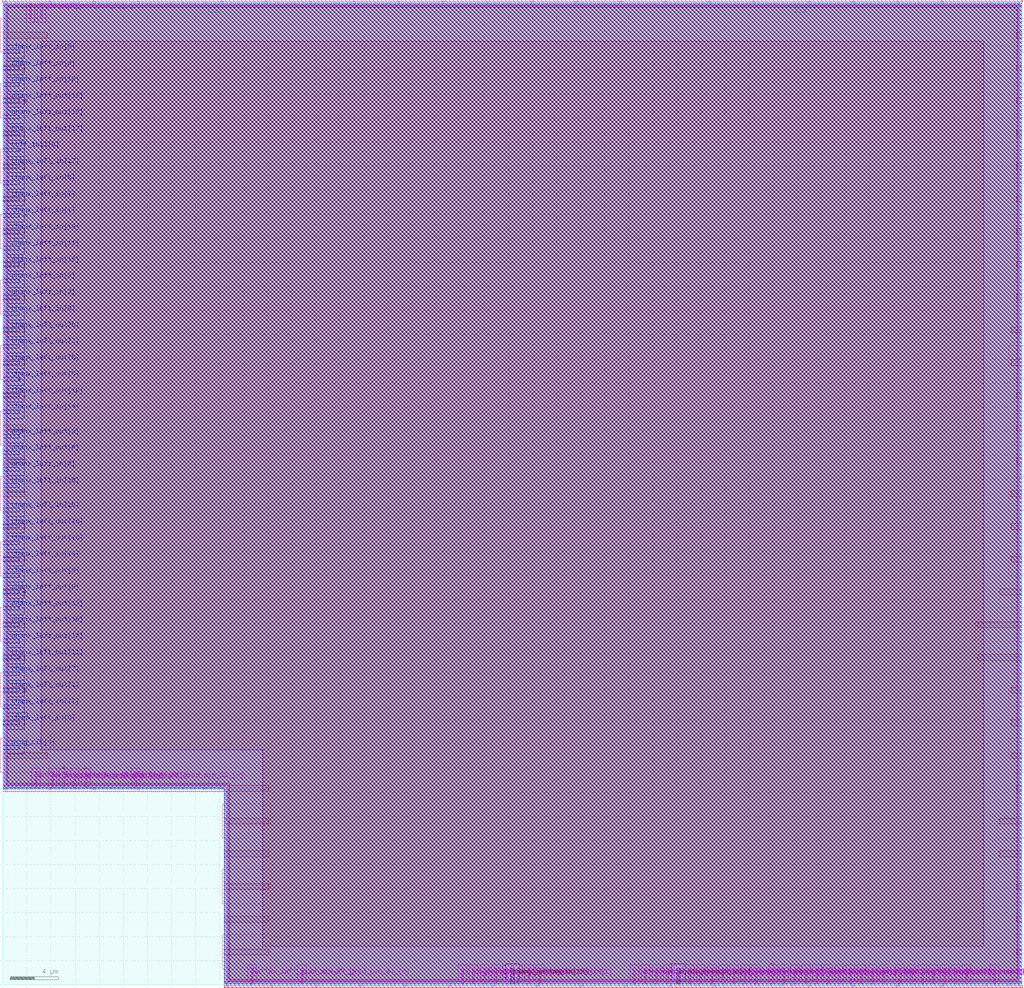
<source format=lef>
VERSION 5.7 ;
BUSBITCHARS "[]" ;

UNITS
  DATABASE MICRONS 1000 ;
END UNITS

MANUFACTURINGGRID 0.005 ;

LAYER nwell
  TYPE MASTERSLICE ;
END nwell

LAYER pwell
  TYPE MASTERSLICE ;
END pwell

LAYER fieldpoly
  TYPE MASTERSLICE ;
END fieldpoly

LAYER li1
  TYPE ROUTING ;
  DIRECTION VERTICAL ;
  PITCH 0.46 ;
  WIDTH 0.17 ;
END li1

LAYER mcon
  TYPE CUT ;
END mcon

LAYER met1
  TYPE ROUTING ;
  DIRECTION HORIZONTAL ;
  PITCH 0.34 ;
  WIDTH 0.14 ;
END met1

LAYER via
  TYPE CUT ;
END via

LAYER met2
  TYPE ROUTING ;
  DIRECTION VERTICAL ;
  PITCH 0.46 ;
  WIDTH 0.14 ;
END met2

LAYER via2
  TYPE CUT ;
END via2

LAYER met3
  TYPE ROUTING ;
  DIRECTION HORIZONTAL ;
  PITCH 0.68 ;
  WIDTH 0.3 ;
END met3

LAYER via3
  TYPE CUT ;
END via3

LAYER met4
  TYPE ROUTING ;
  DIRECTION VERTICAL ;
  PITCH 0.92 ;
  WIDTH 0.3 ;
END met4

LAYER via4
  TYPE CUT ;
END via4

LAYER met5
  TYPE ROUTING ;
  DIRECTION HORIZONTAL ;
  PITCH 3.4 ;
  WIDTH 1.6 ;
END met5

LAYER diff
  TYPE MASTERSLICE ;
END diff

LAYER licon1
  TYPE MASTERSLICE ;
END licon1

LAYER OVERLAP
  TYPE OVERLAP ;
END OVERLAP

VIA L1M1_PR
  LAYER li1 ;
    RECT -0.085 -0.085 0.085 0.085 ;
  LAYER mcon ;
    RECT -0.085 -0.085 0.085 0.085 ;
  LAYER met1 ;
    RECT -0.145 -0.115 0.145 0.115 ;
END L1M1_PR

VIA L1M1_PR_R
  LAYER li1 ;
    RECT -0.085 -0.085 0.085 0.085 ;
  LAYER mcon ;
    RECT -0.085 -0.085 0.085 0.085 ;
  LAYER met1 ;
    RECT -0.115 -0.145 0.115 0.145 ;
END L1M1_PR_R

VIA L1M1_PR_M
  LAYER li1 ;
    RECT -0.085 -0.085 0.085 0.085 ;
  LAYER mcon ;
    RECT -0.085 -0.085 0.085 0.085 ;
  LAYER met1 ;
    RECT -0.115 -0.145 0.115 0.145 ;
END L1M1_PR_M

VIA L1M1_PR_MR
  LAYER li1 ;
    RECT -0.085 -0.085 0.085 0.085 ;
  LAYER mcon ;
    RECT -0.085 -0.085 0.085 0.085 ;
  LAYER met1 ;
    RECT -0.145 -0.115 0.145 0.115 ;
END L1M1_PR_MR

VIA L1M1_PR_C
  LAYER li1 ;
    RECT -0.085 -0.085 0.085 0.085 ;
  LAYER mcon ;
    RECT -0.085 -0.085 0.085 0.085 ;
  LAYER met1 ;
    RECT -0.145 -0.145 0.145 0.145 ;
END L1M1_PR_C

VIA M1M2_PR
  LAYER met1 ;
    RECT -0.16 -0.13 0.16 0.13 ;
  LAYER via ;
    RECT -0.075 -0.075 0.075 0.075 ;
  LAYER met2 ;
    RECT -0.13 -0.16 0.13 0.16 ;
END M1M2_PR

VIA M1M2_PR_Enc
  LAYER met1 ;
    RECT -0.16 -0.13 0.16 0.13 ;
  LAYER via ;
    RECT -0.075 -0.075 0.075 0.075 ;
  LAYER met2 ;
    RECT -0.16 -0.13 0.16 0.13 ;
END M1M2_PR_Enc

VIA M1M2_PR_R
  LAYER met1 ;
    RECT -0.13 -0.16 0.13 0.16 ;
  LAYER via ;
    RECT -0.075 -0.075 0.075 0.075 ;
  LAYER met2 ;
    RECT -0.16 -0.13 0.16 0.13 ;
END M1M2_PR_R

VIA M1M2_PR_R_Enc
  LAYER met1 ;
    RECT -0.13 -0.16 0.13 0.16 ;
  LAYER via ;
    RECT -0.075 -0.075 0.075 0.075 ;
  LAYER met2 ;
    RECT -0.13 -0.16 0.13 0.16 ;
END M1M2_PR_R_Enc

VIA M1M2_PR_M
  LAYER met1 ;
    RECT -0.16 -0.13 0.16 0.13 ;
  LAYER via ;
    RECT -0.075 -0.075 0.075 0.075 ;
  LAYER met2 ;
    RECT -0.16 -0.13 0.16 0.13 ;
END M1M2_PR_M

VIA M1M2_PR_M_Enc
  LAYER met1 ;
    RECT -0.16 -0.13 0.16 0.13 ;
  LAYER via ;
    RECT -0.075 -0.075 0.075 0.075 ;
  LAYER met2 ;
    RECT -0.13 -0.16 0.13 0.16 ;
END M1M2_PR_M_Enc

VIA M1M2_PR_MR
  LAYER met1 ;
    RECT -0.13 -0.16 0.13 0.16 ;
  LAYER via ;
    RECT -0.075 -0.075 0.075 0.075 ;
  LAYER met2 ;
    RECT -0.13 -0.16 0.13 0.16 ;
END M1M2_PR_MR

VIA M1M2_PR_MR_Enc
  LAYER met1 ;
    RECT -0.13 -0.16 0.13 0.16 ;
  LAYER via ;
    RECT -0.075 -0.075 0.075 0.075 ;
  LAYER met2 ;
    RECT -0.16 -0.13 0.16 0.13 ;
END M1M2_PR_MR_Enc

VIA M1M2_PR_C
  LAYER met1 ;
    RECT -0.16 -0.16 0.16 0.16 ;
  LAYER via ;
    RECT -0.075 -0.075 0.075 0.075 ;
  LAYER met2 ;
    RECT -0.16 -0.16 0.16 0.16 ;
END M1M2_PR_C

VIA M2M3_PR
  LAYER met2 ;
    RECT -0.14 -0.185 0.14 0.185 ;
  LAYER via2 ;
    RECT -0.1 -0.1 0.1 0.1 ;
  LAYER met3 ;
    RECT -0.165 -0.165 0.165 0.165 ;
END M2M3_PR

VIA M2M3_PR_R
  LAYER met2 ;
    RECT -0.185 -0.14 0.185 0.14 ;
  LAYER via2 ;
    RECT -0.1 -0.1 0.1 0.1 ;
  LAYER met3 ;
    RECT -0.165 -0.165 0.165 0.165 ;
END M2M3_PR_R

VIA M2M3_PR_M
  LAYER met2 ;
    RECT -0.14 -0.185 0.14 0.185 ;
  LAYER via2 ;
    RECT -0.1 -0.1 0.1 0.1 ;
  LAYER met3 ;
    RECT -0.165 -0.165 0.165 0.165 ;
END M2M3_PR_M

VIA M2M3_PR_MR
  LAYER met2 ;
    RECT -0.185 -0.14 0.185 0.14 ;
  LAYER via2 ;
    RECT -0.1 -0.1 0.1 0.1 ;
  LAYER met3 ;
    RECT -0.165 -0.165 0.165 0.165 ;
END M2M3_PR_MR

VIA M2M3_PR_C
  LAYER met2 ;
    RECT -0.185 -0.185 0.185 0.185 ;
  LAYER via2 ;
    RECT -0.1 -0.1 0.1 0.1 ;
  LAYER met3 ;
    RECT -0.165 -0.165 0.165 0.165 ;
END M2M3_PR_C

VIA M3M4_PR
  LAYER met3 ;
    RECT -0.19 -0.16 0.19 0.16 ;
  LAYER via3 ;
    RECT -0.1 -0.1 0.1 0.1 ;
  LAYER met4 ;
    RECT -0.165 -0.165 0.165 0.165 ;
END M3M4_PR

VIA M3M4_PR_R
  LAYER met3 ;
    RECT -0.16 -0.19 0.16 0.19 ;
  LAYER via3 ;
    RECT -0.1 -0.1 0.1 0.1 ;
  LAYER met4 ;
    RECT -0.165 -0.165 0.165 0.165 ;
END M3M4_PR_R

VIA M3M4_PR_M
  LAYER met3 ;
    RECT -0.19 -0.16 0.19 0.16 ;
  LAYER via3 ;
    RECT -0.1 -0.1 0.1 0.1 ;
  LAYER met4 ;
    RECT -0.165 -0.165 0.165 0.165 ;
END M3M4_PR_M

VIA M3M4_PR_MR
  LAYER met3 ;
    RECT -0.16 -0.19 0.16 0.19 ;
  LAYER via3 ;
    RECT -0.1 -0.1 0.1 0.1 ;
  LAYER met4 ;
    RECT -0.165 -0.165 0.165 0.165 ;
END M3M4_PR_MR

VIA M3M4_PR_C
  LAYER met3 ;
    RECT -0.19 -0.19 0.19 0.19 ;
  LAYER via3 ;
    RECT -0.1 -0.1 0.1 0.1 ;
  LAYER met4 ;
    RECT -0.165 -0.165 0.165 0.165 ;
END M3M4_PR_C

VIA M4M5_PR
  LAYER met4 ;
    RECT -0.59 -0.59 0.59 0.59 ;
  LAYER via4 ;
    RECT -0.4 -0.4 0.4 0.4 ;
  LAYER met5 ;
    RECT -0.71 -0.71 0.71 0.71 ;
END M4M5_PR

VIA M4M5_PR_R
  LAYER met4 ;
    RECT -0.59 -0.59 0.59 0.59 ;
  LAYER via4 ;
    RECT -0.4 -0.4 0.4 0.4 ;
  LAYER met5 ;
    RECT -0.71 -0.71 0.71 0.71 ;
END M4M5_PR_R

VIA M4M5_PR_M
  LAYER met4 ;
    RECT -0.59 -0.59 0.59 0.59 ;
  LAYER via4 ;
    RECT -0.4 -0.4 0.4 0.4 ;
  LAYER met5 ;
    RECT -0.71 -0.71 0.71 0.71 ;
END M4M5_PR_M

VIA M4M5_PR_MR
  LAYER met4 ;
    RECT -0.59 -0.59 0.59 0.59 ;
  LAYER via4 ;
    RECT -0.4 -0.4 0.4 0.4 ;
  LAYER met5 ;
    RECT -0.71 -0.71 0.71 0.71 ;
END M4M5_PR_MR

VIA M4M5_PR_C
  LAYER met4 ;
    RECT -0.59 -0.59 0.59 0.59 ;
  LAYER via4 ;
    RECT -0.4 -0.4 0.4 0.4 ;
  LAYER met5 ;
    RECT -0.71 -0.71 0.71 0.71 ;
END M4M5_PR_C

SITE unit
  CLASS CORE ;
  SYMMETRY Y ;
  SIZE 0.46 BY 2.72 ;
END unit

SITE unithddbl
  CLASS CORE ;
  SIZE 0.46 BY 5.44 ;
END unithddbl

MACRO sb_2__2_
  CLASS BLOCK ;
  ORIGIN 0 0 ;
  SIZE 84.64 BY 81.6 ;
  SYMMETRY X Y ;
  PIN prog_clk[0]
    DIRECTION INPUT ;
    USE CLOCK ;
    PORT
      LAYER met3 ;
        RECT 0 19.57 1.38 19.87 ;
    END
  END prog_clk[0]
  PIN chany_bottom_in[0]
    DIRECTION INPUT ;
    USE SIGNAL ;
    PORT
      LAYER met4 ;
        RECT 55.97 0 56.27 1.36 ;
    END
  END chany_bottom_in[0]
  PIN chany_bottom_in[1]
    DIRECTION INPUT ;
    USE SIGNAL ;
    PORT
      LAYER met2 ;
        RECT 44.55 0 44.69 1.36 ;
    END
  END chany_bottom_in[1]
  PIN chany_bottom_in[2]
    DIRECTION INPUT ;
    USE SIGNAL ;
    PORT
      LAYER met2 ;
        RECT 71.23 0 71.37 1.36 ;
    END
  END chany_bottom_in[2]
  PIN chany_bottom_in[3]
    DIRECTION INPUT ;
    USE SIGNAL ;
    PORT
      LAYER met2 ;
        RECT 76.29 0 76.43 1.36 ;
    END
  END chany_bottom_in[3]
  PIN chany_bottom_in[4]
    DIRECTION INPUT ;
    USE SIGNAL ;
    PORT
      LAYER met2 ;
        RECT 58.81 0 58.95 1.36 ;
    END
  END chany_bottom_in[4]
  PIN chany_bottom_in[5]
    DIRECTION INPUT ;
    USE SIGNAL ;
    PORT
      LAYER met2 ;
        RECT 65.71 0 65.85 1.36 ;
    END
  END chany_bottom_in[5]
  PIN chany_bottom_in[6]
    DIRECTION INPUT ;
    USE SIGNAL ;
    PORT
      LAYER met2 ;
        RECT 63.87 0 64.01 1.36 ;
    END
  END chany_bottom_in[6]
  PIN chany_bottom_in[7]
    DIRECTION INPUT ;
    USE SIGNAL ;
    PORT
      LAYER met2 ;
        RECT 53.29 0 53.43 1.36 ;
    END
  END chany_bottom_in[7]
  PIN chany_bottom_in[8]
    DIRECTION INPUT ;
    USE SIGNAL ;
    PORT
      LAYER met2 ;
        RECT 73.07 0 73.21 1.36 ;
    END
  END chany_bottom_in[8]
  PIN chany_bottom_in[9]
    DIRECTION INPUT ;
    USE SIGNAL ;
    PORT
      LAYER met2 ;
        RECT 52.37 0 52.51 1.36 ;
    END
  END chany_bottom_in[9]
  PIN chany_bottom_in[10]
    DIRECTION INPUT ;
    USE SIGNAL ;
    PORT
      LAYER met2 ;
        RECT 57.89 0 58.03 1.36 ;
    END
  END chany_bottom_in[10]
  PIN chany_bottom_in[11]
    DIRECTION INPUT ;
    USE SIGNAL ;
    PORT
      LAYER met2 ;
        RECT 70.31 0 70.45 1.36 ;
    END
  END chany_bottom_in[11]
  PIN chany_bottom_in[12]
    DIRECTION INPUT ;
    USE SIGNAL ;
    PORT
      LAYER met2 ;
        RECT 61.57 0 61.71 1.36 ;
    END
  END chany_bottom_in[12]
  PIN chany_bottom_in[13]
    DIRECTION INPUT ;
    USE SIGNAL ;
    PORT
      LAYER met2 ;
        RECT 55.13 0 55.27 1.36 ;
    END
  END chany_bottom_in[13]
  PIN chany_bottom_in[14]
    DIRECTION INPUT ;
    USE SIGNAL ;
    PORT
      LAYER met2 ;
        RECT 56.05 0 56.19 1.36 ;
    END
  END chany_bottom_in[14]
  PIN chany_bottom_in[15]
    DIRECTION INPUT ;
    USE SIGNAL ;
    PORT
      LAYER met4 ;
        RECT 42.17 0 42.47 1.36 ;
    END
  END chany_bottom_in[15]
  PIN chany_bottom_in[16]
    DIRECTION INPUT ;
    USE SIGNAL ;
    PORT
      LAYER met2 ;
        RECT 60.65 0 60.79 1.36 ;
    END
  END chany_bottom_in[16]
  PIN chany_bottom_in[17]
    DIRECTION INPUT ;
    USE SIGNAL ;
    PORT
      LAYER met2 ;
        RECT 72.15 0 72.29 1.36 ;
    END
  END chany_bottom_in[17]
  PIN chany_bottom_in[18]
    DIRECTION INPUT ;
    USE SIGNAL ;
    PORT
      LAYER met2 ;
        RECT 62.49 0 62.63 1.36 ;
    END
  END chany_bottom_in[18]
  PIN chany_bottom_in[19]
    DIRECTION INPUT ;
    USE SIGNAL ;
    PORT
      LAYER met2 ;
        RECT 69.39 0 69.53 1.36 ;
    END
  END chany_bottom_in[19]
  PIN bottom_right_grid_pin_1_[0]
    DIRECTION INPUT ;
    USE SIGNAL ;
    PORT
      LAYER met2 ;
        RECT 82.27 0 82.41 1.36 ;
    END
  END bottom_right_grid_pin_1_[0]
  PIN bottom_left_grid_pin_34_[0]
    DIRECTION INPUT ;
    USE SIGNAL ;
    PORT
      LAYER met2 ;
        RECT 24.77 0 24.91 1.36 ;
    END
  END bottom_left_grid_pin_34_[0]
  PIN bottom_left_grid_pin_35_[0]
    DIRECTION INPUT ;
    USE SIGNAL ;
    PORT
      LAYER met2 ;
        RECT 4.07 16.32 4.21 17.68 ;
    END
  END bottom_left_grid_pin_35_[0]
  PIN bottom_left_grid_pin_36_[0]
    DIRECTION INPUT ;
    USE SIGNAL ;
    PORT
      LAYER met2 ;
        RECT 5.91 16.32 6.05 17.68 ;
    END
  END bottom_left_grid_pin_36_[0]
  PIN bottom_left_grid_pin_37_[0]
    DIRECTION INPUT ;
    USE SIGNAL ;
    PORT
      LAYER met2 ;
        RECT 20.63 0 20.77 1.36 ;
    END
  END bottom_left_grid_pin_37_[0]
  PIN bottom_left_grid_pin_38_[0]
    DIRECTION INPUT ;
    USE SIGNAL ;
    PORT
      LAYER met2 ;
        RECT 10.97 16.32 11.11 17.68 ;
    END
  END bottom_left_grid_pin_38_[0]
  PIN bottom_left_grid_pin_39_[0]
    DIRECTION INPUT ;
    USE SIGNAL ;
    PORT
      LAYER met2 ;
        RECT 4.99 16.32 5.13 17.68 ;
    END
  END bottom_left_grid_pin_39_[0]
  PIN bottom_left_grid_pin_40_[0]
    DIRECTION INPUT ;
    USE SIGNAL ;
    PORT
      LAYER met2 ;
        RECT 6.83 16.32 6.97 17.68 ;
    END
  END bottom_left_grid_pin_40_[0]
  PIN bottom_left_grid_pin_41_[0]
    DIRECTION INPUT ;
    USE SIGNAL ;
    PORT
      LAYER met2 ;
        RECT 2.69 16.32 2.83 17.68 ;
    END
  END bottom_left_grid_pin_41_[0]
  PIN chanx_left_in[0]
    DIRECTION INPUT ;
    USE SIGNAL ;
    PORT
      LAYER met3 ;
        RECT 0 21.61 1.38 21.91 ;
    END
  END chanx_left_in[0]
  PIN chanx_left_in[1]
    DIRECTION INPUT ;
    USE SIGNAL ;
    PORT
      LAYER met3 ;
        RECT 0 63.77 1.38 64.07 ;
    END
  END chanx_left_in[1]
  PIN chanx_left_in[2]
    DIRECTION INPUT ;
    USE SIGNAL ;
    PORT
      LAYER met3 ;
        RECT 0 56.97 1.38 57.27 ;
    END
  END chanx_left_in[2]
  PIN chanx_left_in[3]
    DIRECTION INPUT ;
    USE SIGNAL ;
    PORT
      LAYER met3 ;
        RECT 0 58.33 1.38 58.63 ;
    END
  END chanx_left_in[3]
  PIN chanx_left_in[4]
    DIRECTION INPUT ;
    USE SIGNAL ;
    PORT
      LAYER met3 ;
        RECT 0 42.69 1.38 42.99 ;
    END
  END chanx_left_in[4]
  PIN chanx_left_in[5]
    DIRECTION INPUT ;
    USE SIGNAL ;
    PORT
      LAYER met3 ;
        RECT 0 77.37 1.38 77.67 ;
    END
  END chanx_left_in[5]
  PIN chanx_left_in[6]
    DIRECTION INPUT ;
    USE SIGNAL ;
    PORT
      LAYER met3 ;
        RECT 0 76.01 1.38 76.31 ;
    END
  END chanx_left_in[6]
  PIN chanx_left_in[7]
    DIRECTION INPUT ;
    USE SIGNAL ;
    PORT
      LAYER met3 ;
        RECT 0 65.13 1.38 65.43 ;
    END
  END chanx_left_in[7]
  PIN chanx_left_in[8]
    DIRECTION INPUT ;
    USE SIGNAL ;
    PORT
      LAYER met3 ;
        RECT 0 66.49 1.38 66.79 ;
    END
  END chanx_left_in[8]
  PIN chanx_left_in[9]
    DIRECTION INPUT ;
    USE SIGNAL ;
    PORT
      LAYER met3 ;
        RECT 0 55.61 1.38 55.91 ;
    END
  END chanx_left_in[9]
  PIN chanx_left_in[10]
    DIRECTION INPUT ;
    USE SIGNAL ;
    PORT
      LAYER met3 ;
        RECT 0 39.29 1.38 39.59 ;
    END
  END chanx_left_in[10]
  PIN chanx_left_in[11]
    DIRECTION INPUT ;
    USE SIGNAL ;
    PORT
      LAYER met3 ;
        RECT 0 61.05 1.38 61.35 ;
    END
  END chanx_left_in[11]
  PIN chanx_left_in[12]
    DIRECTION INPUT ;
    USE SIGNAL ;
    PORT
      LAYER met3 ;
        RECT 0 22.97 1.38 23.27 ;
    END
  END chanx_left_in[12]
  PIN chanx_left_in[13]
    DIRECTION INPUT ;
    USE SIGNAL ;
    PORT
      LAYER met3 ;
        RECT 0 35.21 1.38 35.51 ;
    END
  END chanx_left_in[13]
  PIN chanx_left_in[14]
    DIRECTION INPUT ;
    USE SIGNAL ;
    PORT
      LAYER met3 ;
        RECT 0 47.45 1.38 47.75 ;
    END
  END chanx_left_in[14]
  PIN chanx_left_in[15]
    DIRECTION INPUT ;
    USE SIGNAL ;
    PORT
      LAYER met3 ;
        RECT 0 59.69 1.38 59.99 ;
    END
  END chanx_left_in[15]
  PIN chanx_left_in[16]
    DIRECTION INPUT ;
    USE SIGNAL ;
    PORT
      LAYER met3 ;
        RECT 0 41.33 1.38 41.63 ;
    END
  END chanx_left_in[16]
  PIN chanx_left_in[17]
    DIRECTION INPUT ;
    USE SIGNAL ;
    PORT
      LAYER met3 ;
        RECT 0 67.85 1.38 68.15 ;
    END
  END chanx_left_in[17]
  PIN chanx_left_in[18]
    DIRECTION INPUT ;
    USE SIGNAL ;
    PORT
      LAYER met3 ;
        RECT 0 74.65 1.38 74.95 ;
    END
  END chanx_left_in[18]
  PIN chanx_left_in[19]
    DIRECTION INPUT ;
    USE SIGNAL ;
    PORT
      LAYER met3 ;
        RECT 0 62.41 1.38 62.71 ;
    END
  END chanx_left_in[19]
  PIN left_top_grid_pin_1_[0]
    DIRECTION INPUT ;
    USE SIGNAL ;
    PORT
      LAYER met2 ;
        RECT 3.15 80.24 3.29 81.6 ;
    END
  END left_top_grid_pin_1_[0]
  PIN ccff_head[0]
    DIRECTION INPUT ;
    USE SIGNAL ;
    PORT
      LAYER met2 ;
        RECT 2.23 80.24 2.37 81.6 ;
    END
  END ccff_head[0]
  PIN chany_bottom_out[0]
    DIRECTION OUTPUT ;
    USE SIGNAL ;
    PORT
      LAYER met2 ;
        RECT 39.95 0 40.09 1.36 ;
    END
  END chany_bottom_out[0]
  PIN chany_bottom_out[1]
    DIRECTION OUTPUT ;
    USE SIGNAL ;
    PORT
      LAYER met2 ;
        RECT 38.11 0 38.25 1.36 ;
    END
  END chany_bottom_out[1]
  PIN chany_bottom_out[2]
    DIRECTION OUTPUT ;
    USE SIGNAL ;
    PORT
      LAYER met2 ;
        RECT 42.71 0 42.85 1.36 ;
    END
  END chany_bottom_out[2]
  PIN chany_bottom_out[3]
    DIRECTION OUTPUT ;
    USE SIGNAL ;
    PORT
      LAYER met2 ;
        RECT 54.21 0 54.35 1.36 ;
    END
  END chany_bottom_out[3]
  PIN chany_bottom_out[4]
    DIRECTION OUTPUT ;
    USE SIGNAL ;
    PORT
      LAYER met2 ;
        RECT 67.55 0 67.69 1.36 ;
    END
  END chany_bottom_out[4]
  PIN chany_bottom_out[5]
    DIRECTION OUTPUT ;
    USE SIGNAL ;
    PORT
      LAYER met2 ;
        RECT 64.79 0 64.93 1.36 ;
    END
  END chany_bottom_out[5]
  PIN chany_bottom_out[6]
    DIRECTION OUTPUT ;
    USE SIGNAL ;
    PORT
      LAYER met2 ;
        RECT 66.63 0 66.77 1.36 ;
    END
  END chany_bottom_out[6]
  PIN chany_bottom_out[7]
    DIRECTION OUTPUT ;
    USE SIGNAL ;
    PORT
      LAYER met2 ;
        RECT 39.03 0 39.17 1.36 ;
    END
  END chany_bottom_out[7]
  PIN chany_bottom_out[8]
    DIRECTION OUTPUT ;
    USE SIGNAL ;
    PORT
      LAYER met2 ;
        RECT 74.45 0 74.59 1.36 ;
    END
  END chany_bottom_out[8]
  PIN chany_bottom_out[9]
    DIRECTION OUTPUT ;
    USE SIGNAL ;
    PORT
      LAYER met2 ;
        RECT 43.63 0 43.77 1.36 ;
    END
  END chany_bottom_out[9]
  PIN chany_bottom_out[10]
    DIRECTION OUTPUT ;
    USE SIGNAL ;
    PORT
      LAYER met2 ;
        RECT 78.13 0 78.27 1.36 ;
    END
  END chany_bottom_out[10]
  PIN chany_bottom_out[11]
    DIRECTION OUTPUT ;
    USE SIGNAL ;
    PORT
      LAYER met2 ;
        RECT 59.73 0 59.87 1.36 ;
    END
  END chany_bottom_out[11]
  PIN chany_bottom_out[12]
    DIRECTION OUTPUT ;
    USE SIGNAL ;
    PORT
      LAYER met2 ;
        RECT 75.37 0 75.51 1.36 ;
    END
  END chany_bottom_out[12]
  PIN chany_bottom_out[13]
    DIRECTION OUTPUT ;
    USE SIGNAL ;
    PORT
      LAYER met2 ;
        RECT 79.97 0 80.11 1.36 ;
    END
  END chany_bottom_out[13]
  PIN chany_bottom_out[14]
    DIRECTION OUTPUT ;
    USE SIGNAL ;
    PORT
      LAYER met2 ;
        RECT 68.47 0 68.61 1.36 ;
    END
  END chany_bottom_out[14]
  PIN chany_bottom_out[15]
    DIRECTION OUTPUT ;
    USE SIGNAL ;
    PORT
      LAYER met2 ;
        RECT 41.79 0 41.93 1.36 ;
    END
  END chany_bottom_out[15]
  PIN chany_bottom_out[16]
    DIRECTION OUTPUT ;
    USE SIGNAL ;
    PORT
      LAYER met2 ;
        RECT 77.21 0 77.35 1.36 ;
    END
  END chany_bottom_out[16]
  PIN chany_bottom_out[17]
    DIRECTION OUTPUT ;
    USE SIGNAL ;
    PORT
      LAYER met2 ;
        RECT 79.05 0 79.19 1.36 ;
    END
  END chany_bottom_out[17]
  PIN chany_bottom_out[18]
    DIRECTION OUTPUT ;
    USE SIGNAL ;
    PORT
      LAYER met2 ;
        RECT 56.97 0 57.11 1.36 ;
    END
  END chany_bottom_out[18]
  PIN chany_bottom_out[19]
    DIRECTION OUTPUT ;
    USE SIGNAL ;
    PORT
      LAYER met2 ;
        RECT 40.87 0 41.01 1.36 ;
    END
  END chany_bottom_out[19]
  PIN chanx_left_out[0]
    DIRECTION OUTPUT ;
    USE SIGNAL ;
    PORT
      LAYER met3 ;
        RECT 0 54.25 1.38 54.55 ;
    END
  END chanx_left_out[0]
  PIN chanx_left_out[1]
    DIRECTION OUTPUT ;
    USE SIGNAL ;
    PORT
      LAYER met3 ;
        RECT 0 24.33 1.38 24.63 ;
    END
  END chanx_left_out[1]
  PIN chanx_left_out[2]
    DIRECTION OUTPUT ;
    USE SIGNAL ;
    PORT
      LAYER met3 ;
        RECT 0 45.41 1.38 45.71 ;
    END
  END chanx_left_out[2]
  PIN chanx_left_out[3]
    DIRECTION OUTPUT ;
    USE SIGNAL ;
    PORT
      LAYER met3 ;
        RECT 0 52.89 1.38 53.19 ;
    END
  END chanx_left_out[3]
  PIN chanx_left_out[4]
    DIRECTION OUTPUT ;
    USE SIGNAL ;
    PORT
      LAYER met3 ;
        RECT 0 44.05 1.38 44.35 ;
    END
  END chanx_left_out[4]
  PIN chanx_left_out[5]
    DIRECTION OUTPUT ;
    USE SIGNAL ;
    PORT
      LAYER met3 ;
        RECT 0 50.17 1.38 50.47 ;
    END
  END chanx_left_out[5]
  PIN chanx_left_out[6]
    DIRECTION OUTPUT ;
    USE SIGNAL ;
    PORT
      LAYER met3 ;
        RECT 0 33.85 1.38 34.15 ;
    END
  END chanx_left_out[6]
  PIN chanx_left_out[7]
    DIRECTION OUTPUT ;
    USE SIGNAL ;
    PORT
      LAYER met3 ;
        RECT 0 25.69 1.38 25.99 ;
    END
  END chanx_left_out[7]
  PIN chanx_left_out[8]
    DIRECTION OUTPUT ;
    USE SIGNAL ;
    PORT
      LAYER met3 ;
        RECT 0 51.53 1.38 51.83 ;
    END
  END chanx_left_out[8]
  PIN chanx_left_out[9]
    DIRECTION OUTPUT ;
    USE SIGNAL ;
    PORT
      LAYER met3 ;
        RECT 0 32.49 1.38 32.79 ;
    END
  END chanx_left_out[9]
  PIN chanx_left_out[10]
    DIRECTION OUTPUT ;
    USE SIGNAL ;
    PORT
      LAYER met3 ;
        RECT 0 36.57 1.38 36.87 ;
    END
  END chanx_left_out[10]
  PIN chanx_left_out[11]
    DIRECTION OUTPUT ;
    USE SIGNAL ;
    PORT
      LAYER met3 ;
        RECT 0 27.05 1.38 27.35 ;
    END
  END chanx_left_out[11]
  PIN chanx_left_out[12]
    DIRECTION OUTPUT ;
    USE SIGNAL ;
    PORT
      LAYER met3 ;
        RECT 0 48.81 1.38 49.11 ;
    END
  END chanx_left_out[12]
  PIN chanx_left_out[13]
    DIRECTION OUTPUT ;
    USE SIGNAL ;
    PORT
      LAYER met3 ;
        RECT 0 31.13 1.38 31.43 ;
    END
  END chanx_left_out[13]
  PIN chanx_left_out[14]
    DIRECTION OUTPUT ;
    USE SIGNAL ;
    PORT
      LAYER met3 ;
        RECT 0 28.41 1.38 28.71 ;
    END
  END chanx_left_out[14]
  PIN chanx_left_out[15]
    DIRECTION OUTPUT ;
    USE SIGNAL ;
    PORT
      LAYER met3 ;
        RECT 0 73.29 1.38 73.59 ;
    END
  END chanx_left_out[15]
  PIN chanx_left_out[16]
    DIRECTION OUTPUT ;
    USE SIGNAL ;
    PORT
      LAYER met3 ;
        RECT 0 37.93 1.38 38.23 ;
    END
  END chanx_left_out[16]
  PIN chanx_left_out[17]
    DIRECTION OUTPUT ;
    USE SIGNAL ;
    PORT
      LAYER met3 ;
        RECT 0 70.57 1.38 70.87 ;
    END
  END chanx_left_out[17]
  PIN chanx_left_out[18]
    DIRECTION OUTPUT ;
    USE SIGNAL ;
    PORT
      LAYER met3 ;
        RECT 0 29.77 1.38 30.07 ;
    END
  END chanx_left_out[18]
  PIN chanx_left_out[19]
    DIRECTION OUTPUT ;
    USE SIGNAL ;
    PORT
      LAYER met3 ;
        RECT 0 71.93 1.38 72.23 ;
    END
  END chanx_left_out[19]
  PIN ccff_tail[0]
    DIRECTION OUTPUT ;
    USE SIGNAL ;
    PORT
      LAYER met3 ;
        RECT 0 69.21 1.38 69.51 ;
    END
  END ccff_tail[0]
  PIN VDD
    DIRECTION INPUT ;
    USE POWER ;
  END VDD
  PIN VSS
    DIRECTION INPUT ;
    USE GROUND ;
  END VSS
  OBS
    LAYER li1 ;
      RECT 0 81.515 84.64 81.685 ;
      RECT 84.18 78.795 84.64 78.965 ;
      RECT 0 78.795 3.68 78.965 ;
      RECT 84.18 76.075 84.64 76.245 ;
      RECT 0 76.075 1.84 76.245 ;
      RECT 84.18 73.355 84.64 73.525 ;
      RECT 0 73.355 1.84 73.525 ;
      RECT 84.18 70.635 84.64 70.805 ;
      RECT 0 70.635 1.84 70.805 ;
      RECT 84.18 67.915 84.64 68.085 ;
      RECT 0 67.915 1.84 68.085 ;
      RECT 84.18 65.195 84.64 65.365 ;
      RECT 0 65.195 1.84 65.365 ;
      RECT 84.18 62.475 84.64 62.645 ;
      RECT 0 62.475 1.84 62.645 ;
      RECT 84.18 59.755 84.64 59.925 ;
      RECT 0 59.755 1.84 59.925 ;
      RECT 84.18 57.035 84.64 57.205 ;
      RECT 0 57.035 1.84 57.205 ;
      RECT 83.72 54.315 84.64 54.485 ;
      RECT 0 54.315 1.84 54.485 ;
      RECT 83.72 51.595 84.64 51.765 ;
      RECT 0 51.595 1.84 51.765 ;
      RECT 84.18 48.875 84.64 49.045 ;
      RECT 0 48.875 1.84 49.045 ;
      RECT 84.18 46.155 84.64 46.325 ;
      RECT 0 46.155 1.84 46.325 ;
      RECT 84.18 43.435 84.64 43.605 ;
      RECT 0 43.435 1.84 43.605 ;
      RECT 83.72 40.715 84.64 40.885 ;
      RECT 0 40.715 1.84 40.885 ;
      RECT 83.72 37.995 84.64 38.165 ;
      RECT 0 37.995 1.84 38.165 ;
      RECT 83.72 35.275 84.64 35.445 ;
      RECT 0 35.275 1.84 35.445 ;
      RECT 82.8 32.555 84.64 32.725 ;
      RECT 0 32.555 1.84 32.725 ;
      RECT 80.96 29.835 84.64 30.005 ;
      RECT 0 29.835 1.84 30.005 ;
      RECT 80.96 27.115 84.64 27.285 ;
      RECT 0 27.115 1.84 27.285 ;
      RECT 83.72 24.395 84.64 24.565 ;
      RECT 0 24.395 1.84 24.565 ;
      RECT 83.72 21.675 84.64 21.845 ;
      RECT 0 21.675 1.84 21.845 ;
      RECT 83.72 18.955 84.64 19.125 ;
      RECT 0 18.955 3.68 19.125 ;
      RECT 84.18 16.235 84.64 16.405 ;
      RECT 0 16.235 22.08 16.405 ;
      RECT 82.8 13.515 84.64 13.685 ;
      RECT 18.4 13.515 22.08 13.685 ;
      RECT 82.8 10.795 84.64 10.965 ;
      RECT 18.4 10.795 22.08 10.965 ;
      RECT 84.18 8.075 84.64 8.245 ;
      RECT 18.4 8.075 22.08 8.245 ;
      RECT 84.18 5.355 84.64 5.525 ;
      RECT 18.4 5.355 22.08 5.525 ;
      RECT 84.18 2.635 84.64 2.805 ;
      RECT 18.4 2.635 22.08 2.805 ;
      RECT 18.4 -0.085 84.64 0.085 ;
    LAYER met3 ;
      POLYGON 2.005 22.605 2.005 22.6 2.03 22.6 2.03 22.28 2.005 22.28 2.005 22.275 1.275 22.275 1.275 22.605 ;
      POLYGON 84.24 81.2 84.24 0.4 18.8 0.4 18.8 16.72 0.4 16.72 0.4 19.17 1.78 19.17 1.78 20.27 0.4 20.27 0.4 21.21 1.78 21.21 1.78 22.31 0.4 22.31 0.4 22.57 1.78 22.57 1.78 23.67 0.4 23.67 0.4 23.93 1.78 23.93 1.78 25.03 0.4 25.03 0.4 25.29 1.78 25.29 1.78 26.39 0.4 26.39 0.4 26.65 1.78 26.65 1.78 27.75 0.4 27.75 0.4 28.01 1.78 28.01 1.78 29.11 0.4 29.11 0.4 29.37 1.78 29.37 1.78 30.47 0.4 30.47 0.4 30.73 1.78 30.73 1.78 31.83 0.4 31.83 0.4 32.09 1.78 32.09 1.78 33.19 0.4 33.19 0.4 33.45 1.78 33.45 1.78 34.55 0.4 34.55 0.4 34.81 1.78 34.81 1.78 35.91 0.4 35.91 0.4 36.17 1.78 36.17 1.78 37.27 0.4 37.27 0.4 37.53 1.78 37.53 1.78 38.63 0.4 38.63 0.4 38.89 1.78 38.89 1.78 39.99 0.4 39.99 0.4 40.93 1.78 40.93 1.78 42.03 0.4 42.03 0.4 42.29 1.78 42.29 1.78 43.39 0.4 43.39 0.4 43.65 1.78 43.65 1.78 44.75 0.4 44.75 0.4 45.01 1.78 45.01 1.78 46.11 0.4 46.11 0.4 47.05 1.78 47.05 1.78 48.15 0.4 48.15 0.4 48.41 1.78 48.41 1.78 49.51 0.4 49.51 0.4 49.77 1.78 49.77 1.78 50.87 0.4 50.87 0.4 51.13 1.78 51.13 1.78 52.23 0.4 52.23 0.4 52.49 1.78 52.49 1.78 53.59 0.4 53.59 0.4 53.85 1.78 53.85 1.78 54.95 0.4 54.95 0.4 55.21 1.78 55.21 1.78 56.31 0.4 56.31 0.4 56.57 1.78 56.57 1.78 57.67 0.4 57.67 0.4 57.93 1.78 57.93 1.78 59.03 0.4 59.03 0.4 59.29 1.78 59.29 1.78 60.39 0.4 60.39 0.4 60.65 1.78 60.65 1.78 61.75 0.4 61.75 0.4 62.01 1.78 62.01 1.78 63.11 0.4 63.11 0.4 63.37 1.78 63.37 1.78 64.47 0.4 64.47 0.4 64.73 1.78 64.73 1.78 65.83 0.4 65.83 0.4 66.09 1.78 66.09 1.78 67.19 0.4 67.19 0.4 67.45 1.78 67.45 1.78 68.55 0.4 68.55 0.4 68.81 1.78 68.81 1.78 69.91 0.4 69.91 0.4 70.17 1.78 70.17 1.78 71.27 0.4 71.27 0.4 71.53 1.78 71.53 1.78 72.63 0.4 72.63 0.4 72.89 1.78 72.89 1.78 73.99 0.4 73.99 0.4 74.25 1.78 74.25 1.78 75.35 0.4 75.35 0.4 75.61 1.78 75.61 1.78 76.71 0.4 76.71 0.4 76.97 1.78 76.97 1.78 78.07 0.4 78.07 0.4 81.2 ;
    LAYER met4 ;
      POLYGON 84.24 81.2 84.24 0.4 56.67 0.4 56.67 1.76 55.57 1.76 55.57 0.4 42.87 0.4 42.87 1.76 41.77 1.76 41.77 0.4 18.8 0.4 18.8 16.72 0.4 16.72 0.4 81.2 ;
    LAYER met2 ;
      POLYGON 84.36 81.32 84.36 0.28 82.69 0.28 82.69 1.64 81.99 1.64 81.99 0.28 80.39 0.28 80.39 1.64 79.69 1.64 79.69 0.28 79.47 0.28 79.47 1.64 78.77 1.64 78.77 0.28 78.55 0.28 78.55 1.64 77.85 1.64 77.85 0.28 77.63 0.28 77.63 1.64 76.93 1.64 76.93 0.28 76.71 0.28 76.71 1.64 76.01 1.64 76.01 0.28 75.79 0.28 75.79 1.64 75.09 1.64 75.09 0.28 74.87 0.28 74.87 1.64 74.17 1.64 74.17 0.28 73.49 0.28 73.49 1.64 72.79 1.64 72.79 0.28 72.57 0.28 72.57 1.64 71.87 1.64 71.87 0.28 71.65 0.28 71.65 1.64 70.95 1.64 70.95 0.28 70.73 0.28 70.73 1.64 70.03 1.64 70.03 0.28 69.81 0.28 69.81 1.64 69.11 1.64 69.11 0.28 68.89 0.28 68.89 1.64 68.19 1.64 68.19 0.28 67.97 0.28 67.97 1.64 67.27 1.64 67.27 0.28 67.05 0.28 67.05 1.64 66.35 1.64 66.35 0.28 66.13 0.28 66.13 1.64 65.43 1.64 65.43 0.28 65.21 0.28 65.21 1.64 64.51 1.64 64.51 0.28 64.29 0.28 64.29 1.64 63.59 1.64 63.59 0.28 62.91 0.28 62.91 1.64 62.21 1.64 62.21 0.28 61.99 0.28 61.99 1.64 61.29 1.64 61.29 0.28 61.07 0.28 61.07 1.64 60.37 1.64 60.37 0.28 60.15 0.28 60.15 1.64 59.45 1.64 59.45 0.28 59.23 0.28 59.23 1.64 58.53 1.64 58.53 0.28 58.31 0.28 58.31 1.64 57.61 1.64 57.61 0.28 57.39 0.28 57.39 1.64 56.69 1.64 56.69 0.28 56.47 0.28 56.47 1.64 55.77 1.64 55.77 0.28 55.55 0.28 55.55 1.64 54.85 1.64 54.85 0.28 54.63 0.28 54.63 1.64 53.93 1.64 53.93 0.28 53.71 0.28 53.71 1.64 53.01 1.64 53.01 0.28 52.79 0.28 52.79 1.64 52.09 1.64 52.09 0.28 44.97 0.28 44.97 1.64 44.27 1.64 44.27 0.28 44.05 0.28 44.05 1.64 43.35 1.64 43.35 0.28 43.13 0.28 43.13 1.64 42.43 1.64 42.43 0.28 42.21 0.28 42.21 1.64 41.51 1.64 41.51 0.28 41.29 0.28 41.29 1.64 40.59 1.64 40.59 0.28 40.37 0.28 40.37 1.64 39.67 1.64 39.67 0.28 39.45 0.28 39.45 1.64 38.75 1.64 38.75 0.28 38.53 0.28 38.53 1.64 37.83 1.64 37.83 0.28 25.19 0.28 25.19 1.64 24.49 1.64 24.49 0.28 21.05 0.28 21.05 1.64 20.35 1.64 20.35 0.28 18.68 0.28 18.68 16.6 11.39 16.6 11.39 17.96 10.69 17.96 10.69 16.6 7.25 16.6 7.25 17.96 6.55 17.96 6.55 16.6 6.33 16.6 6.33 17.96 5.63 17.96 5.63 16.6 5.41 16.6 5.41 17.96 4.71 17.96 4.71 16.6 4.49 16.6 4.49 17.96 3.79 17.96 3.79 16.6 3.11 16.6 3.11 17.96 2.41 17.96 2.41 16.6 0.28 16.6 0.28 81.32 1.95 81.32 1.95 79.96 2.65 79.96 2.65 81.32 2.87 81.32 2.87 79.96 3.57 79.96 3.57 81.32 ;
    LAYER li1 ;
      RECT 65.865 80.79 66.615 81.335 ;
      RECT 17.105 80.79 17.855 81.335 ;
      RECT 17.105 16.585 17.855 17.13 ;
      RECT 65.865 0.265 66.615 0.81 ;
      POLYGON 84.3 81.26 84.3 0.34 18.74 0.34 18.74 16.66 0.34 16.66 0.34 81.26 ;
    LAYER met1 ;
      RECT 0 81.36 84.64 81.84 ;
      RECT 84.18 78.64 84.64 79.12 ;
      RECT 0 78.64 3.68 79.12 ;
      RECT 84.18 75.92 84.64 76.4 ;
      RECT 0 75.92 1.84 76.4 ;
      RECT 84.18 73.2 84.64 73.68 ;
      RECT 0 73.2 1.84 73.68 ;
      RECT 84.18 70.48 84.64 70.96 ;
      RECT 0 70.48 1.84 70.96 ;
      RECT 84.18 67.76 84.64 68.24 ;
      RECT 0 67.76 1.84 68.24 ;
      RECT 84.18 65.04 84.64 65.52 ;
      RECT 0 65.04 1.84 65.52 ;
      RECT 84.18 62.32 84.64 62.8 ;
      RECT 0 62.32 1.84 62.8 ;
      RECT 84.18 59.6 84.64 60.08 ;
      RECT 0 59.6 1.84 60.08 ;
      RECT 84.18 56.88 84.64 57.36 ;
      RECT 0 56.88 1.84 57.36 ;
      RECT 83.72 54.16 84.64 54.64 ;
      RECT 0 54.16 1.84 54.64 ;
      RECT 83.72 51.44 84.64 51.92 ;
      RECT 0 51.44 1.84 51.92 ;
      RECT 84.18 48.72 84.64 49.2 ;
      RECT 0 48.72 1.84 49.2 ;
      RECT 84.18 46 84.64 46.48 ;
      RECT 0 46 1.84 46.48 ;
      RECT 84.18 43.28 84.64 43.76 ;
      RECT 0 43.28 1.84 43.76 ;
      RECT 83.72 40.56 84.64 41.04 ;
      RECT 0 40.56 1.84 41.04 ;
      RECT 83.72 37.84 84.64 38.32 ;
      RECT 0 37.84 1.84 38.32 ;
      RECT 83.72 35.12 84.64 35.6 ;
      RECT 0 35.12 1.84 35.6 ;
      RECT 82.8 32.4 84.64 32.88 ;
      RECT 0 32.4 1.84 32.88 ;
      RECT 80.96 29.68 84.64 30.16 ;
      RECT 0 29.68 1.84 30.16 ;
      RECT 80.96 26.96 84.64 27.44 ;
      RECT 0 26.96 1.84 27.44 ;
      RECT 83.72 24.24 84.64 24.72 ;
      RECT 0 24.24 1.84 24.72 ;
      RECT 83.72 21.52 84.64 22 ;
      RECT 0 21.52 1.84 22 ;
      RECT 83.72 18.8 84.64 19.28 ;
      RECT 0 18.8 3.68 19.28 ;
      RECT 84.18 16.08 84.64 16.56 ;
      RECT 0 16.08 22.08 16.56 ;
      RECT 82.8 13.36 84.64 13.84 ;
      RECT 18.4 13.36 22.08 13.84 ;
      RECT 82.8 10.64 84.64 11.12 ;
      RECT 18.4 10.64 22.08 11.12 ;
      RECT 84.18 7.92 84.64 8.4 ;
      RECT 18.4 7.92 22.08 8.4 ;
      RECT 84.18 5.2 84.64 5.68 ;
      RECT 18.4 5.2 22.08 5.68 ;
      RECT 84.18 2.48 84.64 2.96 ;
      RECT 18.4 2.48 22.08 2.96 ;
      RECT 18.4 -0.24 84.64 0.24 ;
      POLYGON 84.36 81.32 84.36 0.28 18.68 0.28 18.68 16.6 0.28 16.6 0.28 81.32 ;
    LAYER met5 ;
      POLYGON 81.44 78.4 81.44 3.2 21.6 3.2 21.6 19.52 3.2 19.52 3.2 78.4 ;
    LAYER mcon ;
      RECT 84.325 81.515 84.495 81.685 ;
      RECT 83.865 81.515 84.035 81.685 ;
      RECT 83.405 81.515 83.575 81.685 ;
      RECT 82.945 81.515 83.115 81.685 ;
      RECT 82.485 81.515 82.655 81.685 ;
      RECT 82.025 81.515 82.195 81.685 ;
      RECT 81.565 81.515 81.735 81.685 ;
      RECT 81.105 81.515 81.275 81.685 ;
      RECT 80.645 81.515 80.815 81.685 ;
      RECT 80.185 81.515 80.355 81.685 ;
      RECT 79.725 81.515 79.895 81.685 ;
      RECT 79.265 81.515 79.435 81.685 ;
      RECT 78.805 81.515 78.975 81.685 ;
      RECT 78.345 81.515 78.515 81.685 ;
      RECT 77.885 81.515 78.055 81.685 ;
      RECT 77.425 81.515 77.595 81.685 ;
      RECT 76.965 81.515 77.135 81.685 ;
      RECT 76.505 81.515 76.675 81.685 ;
      RECT 76.045 81.515 76.215 81.685 ;
      RECT 75.585 81.515 75.755 81.685 ;
      RECT 75.125 81.515 75.295 81.685 ;
      RECT 74.665 81.515 74.835 81.685 ;
      RECT 74.205 81.515 74.375 81.685 ;
      RECT 73.745 81.515 73.915 81.685 ;
      RECT 73.285 81.515 73.455 81.685 ;
      RECT 72.825 81.515 72.995 81.685 ;
      RECT 72.365 81.515 72.535 81.685 ;
      RECT 71.905 81.515 72.075 81.685 ;
      RECT 71.445 81.515 71.615 81.685 ;
      RECT 70.985 81.515 71.155 81.685 ;
      RECT 70.525 81.515 70.695 81.685 ;
      RECT 70.065 81.515 70.235 81.685 ;
      RECT 69.605 81.515 69.775 81.685 ;
      RECT 69.145 81.515 69.315 81.685 ;
      RECT 68.685 81.515 68.855 81.685 ;
      RECT 68.225 81.515 68.395 81.685 ;
      RECT 67.765 81.515 67.935 81.685 ;
      RECT 67.305 81.515 67.475 81.685 ;
      RECT 66.845 81.515 67.015 81.685 ;
      RECT 66.385 81.515 66.555 81.685 ;
      RECT 65.925 81.515 66.095 81.685 ;
      RECT 65.465 81.515 65.635 81.685 ;
      RECT 65.005 81.515 65.175 81.685 ;
      RECT 64.545 81.515 64.715 81.685 ;
      RECT 64.085 81.515 64.255 81.685 ;
      RECT 63.625 81.515 63.795 81.685 ;
      RECT 63.165 81.515 63.335 81.685 ;
      RECT 62.705 81.515 62.875 81.685 ;
      RECT 62.245 81.515 62.415 81.685 ;
      RECT 61.785 81.515 61.955 81.685 ;
      RECT 61.325 81.515 61.495 81.685 ;
      RECT 60.865 81.515 61.035 81.685 ;
      RECT 60.405 81.515 60.575 81.685 ;
      RECT 59.945 81.515 60.115 81.685 ;
      RECT 59.485 81.515 59.655 81.685 ;
      RECT 59.025 81.515 59.195 81.685 ;
      RECT 58.565 81.515 58.735 81.685 ;
      RECT 58.105 81.515 58.275 81.685 ;
      RECT 57.645 81.515 57.815 81.685 ;
      RECT 57.185 81.515 57.355 81.685 ;
      RECT 56.725 81.515 56.895 81.685 ;
      RECT 56.265 81.515 56.435 81.685 ;
      RECT 55.805 81.515 55.975 81.685 ;
      RECT 55.345 81.515 55.515 81.685 ;
      RECT 54.885 81.515 55.055 81.685 ;
      RECT 54.425 81.515 54.595 81.685 ;
      RECT 53.965 81.515 54.135 81.685 ;
      RECT 53.505 81.515 53.675 81.685 ;
      RECT 53.045 81.515 53.215 81.685 ;
      RECT 52.585 81.515 52.755 81.685 ;
      RECT 52.125 81.515 52.295 81.685 ;
      RECT 51.665 81.515 51.835 81.685 ;
      RECT 51.205 81.515 51.375 81.685 ;
      RECT 50.745 81.515 50.915 81.685 ;
      RECT 50.285 81.515 50.455 81.685 ;
      RECT 49.825 81.515 49.995 81.685 ;
      RECT 49.365 81.515 49.535 81.685 ;
      RECT 48.905 81.515 49.075 81.685 ;
      RECT 48.445 81.515 48.615 81.685 ;
      RECT 47.985 81.515 48.155 81.685 ;
      RECT 47.525 81.515 47.695 81.685 ;
      RECT 47.065 81.515 47.235 81.685 ;
      RECT 46.605 81.515 46.775 81.685 ;
      RECT 46.145 81.515 46.315 81.685 ;
      RECT 45.685 81.515 45.855 81.685 ;
      RECT 45.225 81.515 45.395 81.685 ;
      RECT 44.765 81.515 44.935 81.685 ;
      RECT 44.305 81.515 44.475 81.685 ;
      RECT 43.845 81.515 44.015 81.685 ;
      RECT 43.385 81.515 43.555 81.685 ;
      RECT 42.925 81.515 43.095 81.685 ;
      RECT 42.465 81.515 42.635 81.685 ;
      RECT 42.005 81.515 42.175 81.685 ;
      RECT 41.545 81.515 41.715 81.685 ;
      RECT 41.085 81.515 41.255 81.685 ;
      RECT 40.625 81.515 40.795 81.685 ;
      RECT 40.165 81.515 40.335 81.685 ;
      RECT 39.705 81.515 39.875 81.685 ;
      RECT 39.245 81.515 39.415 81.685 ;
      RECT 38.785 81.515 38.955 81.685 ;
      RECT 38.325 81.515 38.495 81.685 ;
      RECT 37.865 81.515 38.035 81.685 ;
      RECT 37.405 81.515 37.575 81.685 ;
      RECT 36.945 81.515 37.115 81.685 ;
      RECT 36.485 81.515 36.655 81.685 ;
      RECT 36.025 81.515 36.195 81.685 ;
      RECT 35.565 81.515 35.735 81.685 ;
      RECT 35.105 81.515 35.275 81.685 ;
      RECT 34.645 81.515 34.815 81.685 ;
      RECT 34.185 81.515 34.355 81.685 ;
      RECT 33.725 81.515 33.895 81.685 ;
      RECT 33.265 81.515 33.435 81.685 ;
      RECT 32.805 81.515 32.975 81.685 ;
      RECT 32.345 81.515 32.515 81.685 ;
      RECT 31.885 81.515 32.055 81.685 ;
      RECT 31.425 81.515 31.595 81.685 ;
      RECT 30.965 81.515 31.135 81.685 ;
      RECT 30.505 81.515 30.675 81.685 ;
      RECT 30.045 81.515 30.215 81.685 ;
      RECT 29.585 81.515 29.755 81.685 ;
      RECT 29.125 81.515 29.295 81.685 ;
      RECT 28.665 81.515 28.835 81.685 ;
      RECT 28.205 81.515 28.375 81.685 ;
      RECT 27.745 81.515 27.915 81.685 ;
      RECT 27.285 81.515 27.455 81.685 ;
      RECT 26.825 81.515 26.995 81.685 ;
      RECT 26.365 81.515 26.535 81.685 ;
      RECT 25.905 81.515 26.075 81.685 ;
      RECT 25.445 81.515 25.615 81.685 ;
      RECT 24.985 81.515 25.155 81.685 ;
      RECT 24.525 81.515 24.695 81.685 ;
      RECT 24.065 81.515 24.235 81.685 ;
      RECT 23.605 81.515 23.775 81.685 ;
      RECT 23.145 81.515 23.315 81.685 ;
      RECT 22.685 81.515 22.855 81.685 ;
      RECT 22.225 81.515 22.395 81.685 ;
      RECT 21.765 81.515 21.935 81.685 ;
      RECT 21.305 81.515 21.475 81.685 ;
      RECT 20.845 81.515 21.015 81.685 ;
      RECT 20.385 81.515 20.555 81.685 ;
      RECT 19.925 81.515 20.095 81.685 ;
      RECT 19.465 81.515 19.635 81.685 ;
      RECT 19.005 81.515 19.175 81.685 ;
      RECT 18.545 81.515 18.715 81.685 ;
      RECT 18.085 81.515 18.255 81.685 ;
      RECT 17.625 81.515 17.795 81.685 ;
      RECT 17.165 81.515 17.335 81.685 ;
      RECT 16.705 81.515 16.875 81.685 ;
      RECT 16.245 81.515 16.415 81.685 ;
      RECT 15.785 81.515 15.955 81.685 ;
      RECT 15.325 81.515 15.495 81.685 ;
      RECT 14.865 81.515 15.035 81.685 ;
      RECT 14.405 81.515 14.575 81.685 ;
      RECT 13.945 81.515 14.115 81.685 ;
      RECT 13.485 81.515 13.655 81.685 ;
      RECT 13.025 81.515 13.195 81.685 ;
      RECT 12.565 81.515 12.735 81.685 ;
      RECT 12.105 81.515 12.275 81.685 ;
      RECT 11.645 81.515 11.815 81.685 ;
      RECT 11.185 81.515 11.355 81.685 ;
      RECT 10.725 81.515 10.895 81.685 ;
      RECT 10.265 81.515 10.435 81.685 ;
      RECT 9.805 81.515 9.975 81.685 ;
      RECT 9.345 81.515 9.515 81.685 ;
      RECT 8.885 81.515 9.055 81.685 ;
      RECT 8.425 81.515 8.595 81.685 ;
      RECT 7.965 81.515 8.135 81.685 ;
      RECT 7.505 81.515 7.675 81.685 ;
      RECT 7.045 81.515 7.215 81.685 ;
      RECT 6.585 81.515 6.755 81.685 ;
      RECT 6.125 81.515 6.295 81.685 ;
      RECT 5.665 81.515 5.835 81.685 ;
      RECT 5.205 81.515 5.375 81.685 ;
      RECT 4.745 81.515 4.915 81.685 ;
      RECT 4.285 81.515 4.455 81.685 ;
      RECT 3.825 81.515 3.995 81.685 ;
      RECT 3.365 81.515 3.535 81.685 ;
      RECT 2.905 81.515 3.075 81.685 ;
      RECT 2.445 81.515 2.615 81.685 ;
      RECT 1.985 81.515 2.155 81.685 ;
      RECT 1.525 81.515 1.695 81.685 ;
      RECT 1.065 81.515 1.235 81.685 ;
      RECT 0.605 81.515 0.775 81.685 ;
      RECT 0.145 81.515 0.315 81.685 ;
      RECT 84.325 78.795 84.495 78.965 ;
      RECT 0.145 78.795 0.315 78.965 ;
      RECT 84.325 76.075 84.495 76.245 ;
      RECT 0.145 76.075 0.315 76.245 ;
      RECT 84.325 73.355 84.495 73.525 ;
      RECT 0.145 73.355 0.315 73.525 ;
      RECT 84.325 70.635 84.495 70.805 ;
      RECT 0.145 70.635 0.315 70.805 ;
      RECT 84.325 67.915 84.495 68.085 ;
      RECT 0.145 67.915 0.315 68.085 ;
      RECT 84.325 65.195 84.495 65.365 ;
      RECT 0.145 65.195 0.315 65.365 ;
      RECT 84.325 62.475 84.495 62.645 ;
      RECT 0.145 62.475 0.315 62.645 ;
      RECT 84.325 59.755 84.495 59.925 ;
      RECT 0.145 59.755 0.315 59.925 ;
      RECT 84.325 57.035 84.495 57.205 ;
      RECT 0.145 57.035 0.315 57.205 ;
      RECT 84.325 54.315 84.495 54.485 ;
      RECT 0.145 54.315 0.315 54.485 ;
      RECT 84.325 51.595 84.495 51.765 ;
      RECT 0.145 51.595 0.315 51.765 ;
      RECT 84.325 48.875 84.495 49.045 ;
      RECT 0.145 48.875 0.315 49.045 ;
      RECT 84.325 46.155 84.495 46.325 ;
      RECT 0.145 46.155 0.315 46.325 ;
      RECT 84.325 43.435 84.495 43.605 ;
      RECT 0.145 43.435 0.315 43.605 ;
      RECT 84.325 40.715 84.495 40.885 ;
      RECT 0.145 40.715 0.315 40.885 ;
      RECT 84.325 37.995 84.495 38.165 ;
      RECT 0.145 37.995 0.315 38.165 ;
      RECT 84.325 35.275 84.495 35.445 ;
      RECT 0.145 35.275 0.315 35.445 ;
      RECT 84.325 32.555 84.495 32.725 ;
      RECT 0.145 32.555 0.315 32.725 ;
      RECT 84.325 29.835 84.495 30.005 ;
      RECT 0.145 29.835 0.315 30.005 ;
      RECT 84.325 27.115 84.495 27.285 ;
      RECT 0.145 27.115 0.315 27.285 ;
      RECT 84.325 24.395 84.495 24.565 ;
      RECT 0.145 24.395 0.315 24.565 ;
      RECT 84.325 21.675 84.495 21.845 ;
      RECT 0.145 21.675 0.315 21.845 ;
      RECT 84.325 18.955 84.495 19.125 ;
      RECT 0.145 18.955 0.315 19.125 ;
      RECT 84.325 16.235 84.495 16.405 ;
      RECT 18.545 16.235 18.715 16.405 ;
      RECT 18.085 16.235 18.255 16.405 ;
      RECT 17.625 16.235 17.795 16.405 ;
      RECT 17.165 16.235 17.335 16.405 ;
      RECT 16.705 16.235 16.875 16.405 ;
      RECT 16.245 16.235 16.415 16.405 ;
      RECT 15.785 16.235 15.955 16.405 ;
      RECT 15.325 16.235 15.495 16.405 ;
      RECT 14.865 16.235 15.035 16.405 ;
      RECT 14.405 16.235 14.575 16.405 ;
      RECT 13.945 16.235 14.115 16.405 ;
      RECT 13.485 16.235 13.655 16.405 ;
      RECT 13.025 16.235 13.195 16.405 ;
      RECT 12.565 16.235 12.735 16.405 ;
      RECT 12.105 16.235 12.275 16.405 ;
      RECT 11.645 16.235 11.815 16.405 ;
      RECT 11.185 16.235 11.355 16.405 ;
      RECT 10.725 16.235 10.895 16.405 ;
      RECT 10.265 16.235 10.435 16.405 ;
      RECT 9.805 16.235 9.975 16.405 ;
      RECT 9.345 16.235 9.515 16.405 ;
      RECT 8.885 16.235 9.055 16.405 ;
      RECT 8.425 16.235 8.595 16.405 ;
      RECT 7.965 16.235 8.135 16.405 ;
      RECT 7.505 16.235 7.675 16.405 ;
      RECT 7.045 16.235 7.215 16.405 ;
      RECT 6.585 16.235 6.755 16.405 ;
      RECT 6.125 16.235 6.295 16.405 ;
      RECT 5.665 16.235 5.835 16.405 ;
      RECT 5.205 16.235 5.375 16.405 ;
      RECT 4.745 16.235 4.915 16.405 ;
      RECT 4.285 16.235 4.455 16.405 ;
      RECT 3.825 16.235 3.995 16.405 ;
      RECT 3.365 16.235 3.535 16.405 ;
      RECT 2.905 16.235 3.075 16.405 ;
      RECT 2.445 16.235 2.615 16.405 ;
      RECT 1.985 16.235 2.155 16.405 ;
      RECT 1.525 16.235 1.695 16.405 ;
      RECT 1.065 16.235 1.235 16.405 ;
      RECT 0.605 16.235 0.775 16.405 ;
      RECT 0.145 16.235 0.315 16.405 ;
      RECT 84.325 13.515 84.495 13.685 ;
      RECT 18.545 13.515 18.715 13.685 ;
      RECT 84.325 10.795 84.495 10.965 ;
      RECT 18.545 10.795 18.715 10.965 ;
      RECT 84.325 8.075 84.495 8.245 ;
      RECT 18.545 8.075 18.715 8.245 ;
      RECT 84.325 5.355 84.495 5.525 ;
      RECT 18.545 5.355 18.715 5.525 ;
      RECT 84.325 2.635 84.495 2.805 ;
      RECT 18.545 2.635 18.715 2.805 ;
      RECT 84.325 -0.085 84.495 0.085 ;
      RECT 83.865 -0.085 84.035 0.085 ;
      RECT 83.405 -0.085 83.575 0.085 ;
      RECT 82.945 -0.085 83.115 0.085 ;
      RECT 82.485 -0.085 82.655 0.085 ;
      RECT 82.025 -0.085 82.195 0.085 ;
      RECT 81.565 -0.085 81.735 0.085 ;
      RECT 81.105 -0.085 81.275 0.085 ;
      RECT 80.645 -0.085 80.815 0.085 ;
      RECT 80.185 -0.085 80.355 0.085 ;
      RECT 79.725 -0.085 79.895 0.085 ;
      RECT 79.265 -0.085 79.435 0.085 ;
      RECT 78.805 -0.085 78.975 0.085 ;
      RECT 78.345 -0.085 78.515 0.085 ;
      RECT 77.885 -0.085 78.055 0.085 ;
      RECT 77.425 -0.085 77.595 0.085 ;
      RECT 76.965 -0.085 77.135 0.085 ;
      RECT 76.505 -0.085 76.675 0.085 ;
      RECT 76.045 -0.085 76.215 0.085 ;
      RECT 75.585 -0.085 75.755 0.085 ;
      RECT 75.125 -0.085 75.295 0.085 ;
      RECT 74.665 -0.085 74.835 0.085 ;
      RECT 74.205 -0.085 74.375 0.085 ;
      RECT 73.745 -0.085 73.915 0.085 ;
      RECT 73.285 -0.085 73.455 0.085 ;
      RECT 72.825 -0.085 72.995 0.085 ;
      RECT 72.365 -0.085 72.535 0.085 ;
      RECT 71.905 -0.085 72.075 0.085 ;
      RECT 71.445 -0.085 71.615 0.085 ;
      RECT 70.985 -0.085 71.155 0.085 ;
      RECT 70.525 -0.085 70.695 0.085 ;
      RECT 70.065 -0.085 70.235 0.085 ;
      RECT 69.605 -0.085 69.775 0.085 ;
      RECT 69.145 -0.085 69.315 0.085 ;
      RECT 68.685 -0.085 68.855 0.085 ;
      RECT 68.225 -0.085 68.395 0.085 ;
      RECT 67.765 -0.085 67.935 0.085 ;
      RECT 67.305 -0.085 67.475 0.085 ;
      RECT 66.845 -0.085 67.015 0.085 ;
      RECT 66.385 -0.085 66.555 0.085 ;
      RECT 65.925 -0.085 66.095 0.085 ;
      RECT 65.465 -0.085 65.635 0.085 ;
      RECT 65.005 -0.085 65.175 0.085 ;
      RECT 64.545 -0.085 64.715 0.085 ;
      RECT 64.085 -0.085 64.255 0.085 ;
      RECT 63.625 -0.085 63.795 0.085 ;
      RECT 63.165 -0.085 63.335 0.085 ;
      RECT 62.705 -0.085 62.875 0.085 ;
      RECT 62.245 -0.085 62.415 0.085 ;
      RECT 61.785 -0.085 61.955 0.085 ;
      RECT 61.325 -0.085 61.495 0.085 ;
      RECT 60.865 -0.085 61.035 0.085 ;
      RECT 60.405 -0.085 60.575 0.085 ;
      RECT 59.945 -0.085 60.115 0.085 ;
      RECT 59.485 -0.085 59.655 0.085 ;
      RECT 59.025 -0.085 59.195 0.085 ;
      RECT 58.565 -0.085 58.735 0.085 ;
      RECT 58.105 -0.085 58.275 0.085 ;
      RECT 57.645 -0.085 57.815 0.085 ;
      RECT 57.185 -0.085 57.355 0.085 ;
      RECT 56.725 -0.085 56.895 0.085 ;
      RECT 56.265 -0.085 56.435 0.085 ;
      RECT 55.805 -0.085 55.975 0.085 ;
      RECT 55.345 -0.085 55.515 0.085 ;
      RECT 54.885 -0.085 55.055 0.085 ;
      RECT 54.425 -0.085 54.595 0.085 ;
      RECT 53.965 -0.085 54.135 0.085 ;
      RECT 53.505 -0.085 53.675 0.085 ;
      RECT 53.045 -0.085 53.215 0.085 ;
      RECT 52.585 -0.085 52.755 0.085 ;
      RECT 52.125 -0.085 52.295 0.085 ;
      RECT 51.665 -0.085 51.835 0.085 ;
      RECT 51.205 -0.085 51.375 0.085 ;
      RECT 50.745 -0.085 50.915 0.085 ;
      RECT 50.285 -0.085 50.455 0.085 ;
      RECT 49.825 -0.085 49.995 0.085 ;
      RECT 49.365 -0.085 49.535 0.085 ;
      RECT 48.905 -0.085 49.075 0.085 ;
      RECT 48.445 -0.085 48.615 0.085 ;
      RECT 47.985 -0.085 48.155 0.085 ;
      RECT 47.525 -0.085 47.695 0.085 ;
      RECT 47.065 -0.085 47.235 0.085 ;
      RECT 46.605 -0.085 46.775 0.085 ;
      RECT 46.145 -0.085 46.315 0.085 ;
      RECT 45.685 -0.085 45.855 0.085 ;
      RECT 45.225 -0.085 45.395 0.085 ;
      RECT 44.765 -0.085 44.935 0.085 ;
      RECT 44.305 -0.085 44.475 0.085 ;
      RECT 43.845 -0.085 44.015 0.085 ;
      RECT 43.385 -0.085 43.555 0.085 ;
      RECT 42.925 -0.085 43.095 0.085 ;
      RECT 42.465 -0.085 42.635 0.085 ;
      RECT 42.005 -0.085 42.175 0.085 ;
      RECT 41.545 -0.085 41.715 0.085 ;
      RECT 41.085 -0.085 41.255 0.085 ;
      RECT 40.625 -0.085 40.795 0.085 ;
      RECT 40.165 -0.085 40.335 0.085 ;
      RECT 39.705 -0.085 39.875 0.085 ;
      RECT 39.245 -0.085 39.415 0.085 ;
      RECT 38.785 -0.085 38.955 0.085 ;
      RECT 38.325 -0.085 38.495 0.085 ;
      RECT 37.865 -0.085 38.035 0.085 ;
      RECT 37.405 -0.085 37.575 0.085 ;
      RECT 36.945 -0.085 37.115 0.085 ;
      RECT 36.485 -0.085 36.655 0.085 ;
      RECT 36.025 -0.085 36.195 0.085 ;
      RECT 35.565 -0.085 35.735 0.085 ;
      RECT 35.105 -0.085 35.275 0.085 ;
      RECT 34.645 -0.085 34.815 0.085 ;
      RECT 34.185 -0.085 34.355 0.085 ;
      RECT 33.725 -0.085 33.895 0.085 ;
      RECT 33.265 -0.085 33.435 0.085 ;
      RECT 32.805 -0.085 32.975 0.085 ;
      RECT 32.345 -0.085 32.515 0.085 ;
      RECT 31.885 -0.085 32.055 0.085 ;
      RECT 31.425 -0.085 31.595 0.085 ;
      RECT 30.965 -0.085 31.135 0.085 ;
      RECT 30.505 -0.085 30.675 0.085 ;
      RECT 30.045 -0.085 30.215 0.085 ;
      RECT 29.585 -0.085 29.755 0.085 ;
      RECT 29.125 -0.085 29.295 0.085 ;
      RECT 28.665 -0.085 28.835 0.085 ;
      RECT 28.205 -0.085 28.375 0.085 ;
      RECT 27.745 -0.085 27.915 0.085 ;
      RECT 27.285 -0.085 27.455 0.085 ;
      RECT 26.825 -0.085 26.995 0.085 ;
      RECT 26.365 -0.085 26.535 0.085 ;
      RECT 25.905 -0.085 26.075 0.085 ;
      RECT 25.445 -0.085 25.615 0.085 ;
      RECT 24.985 -0.085 25.155 0.085 ;
      RECT 24.525 -0.085 24.695 0.085 ;
      RECT 24.065 -0.085 24.235 0.085 ;
      RECT 23.605 -0.085 23.775 0.085 ;
      RECT 23.145 -0.085 23.315 0.085 ;
      RECT 22.685 -0.085 22.855 0.085 ;
      RECT 22.225 -0.085 22.395 0.085 ;
      RECT 21.765 -0.085 21.935 0.085 ;
      RECT 21.305 -0.085 21.475 0.085 ;
      RECT 20.845 -0.085 21.015 0.085 ;
      RECT 20.385 -0.085 20.555 0.085 ;
      RECT 19.925 -0.085 20.095 0.085 ;
      RECT 19.465 -0.085 19.635 0.085 ;
      RECT 19.005 -0.085 19.175 0.085 ;
      RECT 18.545 -0.085 18.715 0.085 ;
    LAYER via ;
      RECT 6.825 17.945 6.975 18.095 ;
      RECT 4.985 17.945 5.135 18.095 ;
      RECT 63.865 1.625 64.015 1.775 ;
    LAYER via2 ;
      RECT 1.74 73.34 1.94 73.54 ;
      RECT 1.28 69.26 1.48 69.46 ;
      RECT 1.28 50.22 1.48 50.42 ;
      RECT 1.74 32.54 1.94 32.74 ;
      RECT 1.28 27.1 1.48 27.3 ;
      RECT 1.74 24.38 1.94 24.58 ;
    LAYER via3 ;
      RECT 1.74 63.82 1.94 64.02 ;
    LAYER fieldpoly ;
      POLYGON 84.5 81.46 84.5 0.14 18.54 0.14 18.54 16.46 0.14 16.46 0.14 81.46 ;
    LAYER diff ;
      POLYGON 84.64 81.6 84.64 0 18.4 0 18.4 16.32 0 16.32 0 81.6 ;
    LAYER nwell ;
      RECT 83.99 77.465 84.83 80.295 ;
      POLYGON 3.87 80.295 3.87 78.69 2.03 78.69 2.03 77.465 -0.19 77.465 -0.19 80.295 ;
      RECT 83.99 72.025 84.83 74.855 ;
      RECT -0.19 72.025 2.03 74.855 ;
      RECT 83.99 66.585 84.83 69.415 ;
      RECT -0.19 66.585 2.03 69.415 ;
      RECT 83.99 61.145 84.83 63.975 ;
      RECT -0.19 61.145 2.03 63.975 ;
      RECT 83.99 55.705 84.83 58.535 ;
      RECT -0.19 55.705 2.03 58.535 ;
      POLYGON 84.83 53.095 84.83 50.265 83.99 50.265 83.99 51.49 83.53 51.49 83.53 53.095 ;
      RECT -0.19 50.265 2.03 53.095 ;
      RECT 83.99 44.825 84.83 47.655 ;
      RECT -0.19 44.825 2.03 47.655 ;
      POLYGON 84.83 42.215 84.83 39.385 83.53 39.385 83.53 40.99 83.99 40.99 83.99 42.215 ;
      RECT -0.19 39.385 2.03 42.215 ;
      POLYGON 84.83 36.775 84.83 33.945 83.53 33.945 83.53 35.55 83.99 35.55 83.99 36.775 ;
      RECT -0.19 33.945 2.03 36.775 ;
      POLYGON 84.83 31.335 84.83 28.505 80.77 28.505 80.77 30.11 82.61 30.11 82.61 31.335 ;
      RECT -0.19 28.505 2.03 31.335 ;
      POLYGON 84.83 25.895 84.83 23.065 83.53 23.065 83.53 24.67 83.99 24.67 83.99 25.895 ;
      RECT -0.19 23.065 2.03 25.895 ;
      POLYGON 84.83 20.455 84.83 17.625 83.99 17.625 83.99 18.85 83.53 18.85 83.53 20.455 ;
      POLYGON 2.03 20.455 2.03 19.23 3.87 19.23 3.87 17.625 -0.19 17.625 -0.19 20.455 ;
      POLYGON 84.83 15.015 84.83 12.185 82.61 12.185 82.61 13.79 83.99 13.79 83.99 15.015 ;
      POLYGON 22.27 15.015 22.27 13.41 20.43 13.41 20.43 12.185 18.21 12.185 18.21 15.015 ;
      RECT 83.99 6.745 84.83 9.575 ;
      RECT 18.21 6.745 22.27 9.575 ;
      RECT 83.99 1.305 84.83 4.135 ;
      RECT 18.21 1.305 22.27 4.135 ;
      POLYGON 84.64 81.6 84.64 0 18.4 0 18.4 16.32 0 16.32 0 81.6 ;
    LAYER pwell ;
      RECT 77.87 81.55 78.09 81.72 ;
      RECT 74.19 81.55 74.41 81.72 ;
      RECT 70.51 81.55 70.73 81.72 ;
      RECT 66.83 81.55 67.05 81.72 ;
      RECT 62.23 81.55 62.45 81.72 ;
      RECT 58.55 81.55 58.77 81.72 ;
      RECT 54.87 81.55 55.09 81.72 ;
      RECT 51.19 81.55 51.41 81.72 ;
      RECT 47.51 81.55 47.73 81.72 ;
      RECT 43.83 81.55 44.05 81.72 ;
      RECT 40.15 81.55 40.37 81.72 ;
      RECT 36.47 81.55 36.69 81.72 ;
      RECT 32.79 81.55 33.01 81.72 ;
      RECT 29.11 81.55 29.33 81.72 ;
      RECT 25.43 81.55 25.65 81.72 ;
      RECT 21.75 81.55 21.97 81.72 ;
      RECT 18.07 81.55 18.29 81.72 ;
      RECT 11.17 81.55 11.39 81.72 ;
      RECT 7.49 81.55 7.71 81.72 ;
      RECT 3.81 81.55 4.03 81.72 ;
      RECT 0.13 81.55 0.35 81.72 ;
      RECT 81.595 81.54 81.705 81.66 ;
      RECT 14.895 81.54 15.005 81.66 ;
      RECT 84.32 81.545 84.44 81.655 ;
      RECT 16.7 81.545 16.82 81.655 ;
      RECT 83.415 81.54 83.575 81.65 ;
      RECT 18.115 16.26 18.225 16.38 ;
      RECT 14.895 16.26 15.005 16.38 ;
      RECT 16.7 16.265 16.82 16.375 ;
      RECT 11.17 16.2 11.39 16.37 ;
      RECT 7.49 16.2 7.71 16.37 ;
      RECT 3.81 16.2 4.03 16.37 ;
      RECT 0.13 16.2 0.35 16.37 ;
      RECT 83.415 -0.05 83.575 0.06 ;
      RECT 81.595 -0.06 81.705 0.06 ;
      RECT 64.555 -0.05 64.715 0.06 ;
      RECT 62.735 -0.06 62.845 0.06 ;
      RECT 84.32 -0.055 84.44 0.055 ;
      RECT 65.46 -0.055 65.58 0.055 ;
      RECT 77.87 -0.12 78.09 0.05 ;
      RECT 74.19 -0.12 74.41 0.05 ;
      RECT 70.51 -0.12 70.73 0.05 ;
      RECT 66.83 -0.12 67.05 0.05 ;
      RECT 59.01 -0.12 59.23 0.05 ;
      RECT 55.33 -0.12 55.55 0.05 ;
      RECT 51.65 -0.12 51.87 0.05 ;
      RECT 47.97 -0.12 48.19 0.05 ;
      RECT 44.29 -0.12 44.51 0.05 ;
      RECT 40.61 -0.12 40.83 0.05 ;
      RECT 36.93 -0.12 37.15 0.05 ;
      RECT 33.25 -0.12 33.47 0.05 ;
      RECT 29.57 -0.12 29.79 0.05 ;
      RECT 25.89 -0.12 26.11 0.05 ;
      RECT 22.21 -0.12 22.43 0.05 ;
      RECT 18.53 -0.12 18.75 0.05 ;
      POLYGON 84.64 81.6 84.64 0 18.4 0 18.4 16.32 0 16.32 0 81.6 ;
    LAYER OVERLAP ;
      POLYGON 18.4 0 18.4 16.32 0 16.32 0 81.6 84.64 81.6 84.64 0 ;
  END
END sb_2__2_

END LIBRARY

</source>
